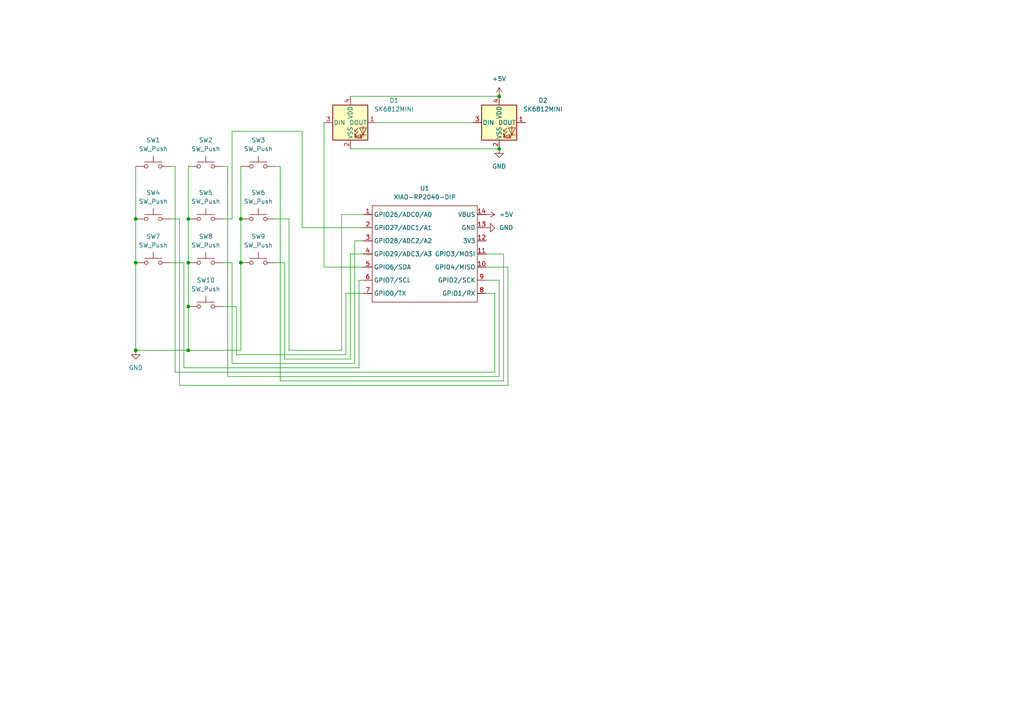
<source format=kicad_sch>
(kicad_sch
	(version 20250114)
	(generator "eeschema")
	(generator_version "9.0")
	(uuid "9ee476c2-122a-4b6a-9071-26415f3b658c")
	(paper "A4")
	(lib_symbols
		(symbol "LED:SK6812MINI"
			(pin_names
				(offset 0.254)
			)
			(exclude_from_sim no)
			(in_bom yes)
			(on_board yes)
			(property "Reference" "D"
				(at 5.08 5.715 0)
				(effects
					(font
						(size 1.27 1.27)
					)
					(justify right bottom)
				)
			)
			(property "Value" "SK6812MINI"
				(at 1.27 -5.715 0)
				(effects
					(font
						(size 1.27 1.27)
					)
					(justify left top)
				)
			)
			(property "Footprint" "LED_SMD:LED_SK6812MINI_PLCC4_3.5x3.5mm_P1.75mm"
				(at 1.27 -7.62 0)
				(effects
					(font
						(size 1.27 1.27)
					)
					(justify left top)
					(hide yes)
				)
			)
			(property "Datasheet" "https://cdn-shop.adafruit.com/product-files/2686/SK6812MINI_REV.01-1-2.pdf"
				(at 2.54 -9.525 0)
				(effects
					(font
						(size 1.27 1.27)
					)
					(justify left top)
					(hide yes)
				)
			)
			(property "Description" "RGB LED with integrated controller"
				(at 0 0 0)
				(effects
					(font
						(size 1.27 1.27)
					)
					(hide yes)
				)
			)
			(property "ki_keywords" "RGB LED NeoPixel Mini addressable"
				(at 0 0 0)
				(effects
					(font
						(size 1.27 1.27)
					)
					(hide yes)
				)
			)
			(property "ki_fp_filters" "LED*SK6812MINI*PLCC*3.5x3.5mm*P1.75mm*"
				(at 0 0 0)
				(effects
					(font
						(size 1.27 1.27)
					)
					(hide yes)
				)
			)
			(symbol "SK6812MINI_0_0"
				(text "RGB"
					(at 2.286 -4.191 0)
					(effects
						(font
							(size 0.762 0.762)
						)
					)
				)
			)
			(symbol "SK6812MINI_0_1"
				(polyline
					(pts
						(xy 1.27 -2.54) (xy 1.778 -2.54)
					)
					(stroke
						(width 0)
						(type default)
					)
					(fill
						(type none)
					)
				)
				(polyline
					(pts
						(xy 1.27 -3.556) (xy 1.778 -3.556)
					)
					(stroke
						(width 0)
						(type default)
					)
					(fill
						(type none)
					)
				)
				(polyline
					(pts
						(xy 2.286 -1.524) (xy 1.27 -2.54) (xy 1.27 -2.032)
					)
					(stroke
						(width 0)
						(type default)
					)
					(fill
						(type none)
					)
				)
				(polyline
					(pts
						(xy 2.286 -2.54) (xy 1.27 -3.556) (xy 1.27 -3.048)
					)
					(stroke
						(width 0)
						(type default)
					)
					(fill
						(type none)
					)
				)
				(polyline
					(pts
						(xy 3.683 -1.016) (xy 3.683 -3.556) (xy 3.683 -4.064)
					)
					(stroke
						(width 0)
						(type default)
					)
					(fill
						(type none)
					)
				)
				(polyline
					(pts
						(xy 4.699 -1.524) (xy 2.667 -1.524) (xy 3.683 -3.556) (xy 4.699 -1.524)
					)
					(stroke
						(width 0)
						(type default)
					)
					(fill
						(type none)
					)
				)
				(polyline
					(pts
						(xy 4.699 -3.556) (xy 2.667 -3.556)
					)
					(stroke
						(width 0)
						(type default)
					)
					(fill
						(type none)
					)
				)
				(rectangle
					(start 5.08 5.08)
					(end -5.08 -5.08)
					(stroke
						(width 0.254)
						(type default)
					)
					(fill
						(type background)
					)
				)
			)
			(symbol "SK6812MINI_1_1"
				(pin input line
					(at -7.62 0 0)
					(length 2.54)
					(name "DIN"
						(effects
							(font
								(size 1.27 1.27)
							)
						)
					)
					(number "3"
						(effects
							(font
								(size 1.27 1.27)
							)
						)
					)
				)
				(pin power_in line
					(at 0 7.62 270)
					(length 2.54)
					(name "VDD"
						(effects
							(font
								(size 1.27 1.27)
							)
						)
					)
					(number "4"
						(effects
							(font
								(size 1.27 1.27)
							)
						)
					)
				)
				(pin power_in line
					(at 0 -7.62 90)
					(length 2.54)
					(name "VSS"
						(effects
							(font
								(size 1.27 1.27)
							)
						)
					)
					(number "2"
						(effects
							(font
								(size 1.27 1.27)
							)
						)
					)
				)
				(pin output line
					(at 7.62 0 180)
					(length 2.54)
					(name "DOUT"
						(effects
							(font
								(size 1.27 1.27)
							)
						)
					)
					(number "1"
						(effects
							(font
								(size 1.27 1.27)
							)
						)
					)
				)
			)
			(embedded_fonts no)
		)
		(symbol "OPL:XIAO-RP2040-DIP"
			(exclude_from_sim no)
			(in_bom yes)
			(on_board yes)
			(property "Reference" "U"
				(at 0 0 0)
				(effects
					(font
						(size 1.27 1.27)
					)
				)
			)
			(property "Value" "XIAO-RP2040-DIP"
				(at 5.334 -1.778 0)
				(effects
					(font
						(size 1.27 1.27)
					)
				)
			)
			(property "Footprint" "Module:MOUDLE14P-XIAO-DIP-SMD"
				(at 14.478 -32.258 0)
				(effects
					(font
						(size 1.27 1.27)
					)
					(hide yes)
				)
			)
			(property "Datasheet" ""
				(at 0 0 0)
				(effects
					(font
						(size 1.27 1.27)
					)
					(hide yes)
				)
			)
			(property "Description" ""
				(at 0 0 0)
				(effects
					(font
						(size 1.27 1.27)
					)
					(hide yes)
				)
			)
			(symbol "XIAO-RP2040-DIP_1_0"
				(polyline
					(pts
						(xy -1.27 -2.54) (xy 29.21 -2.54)
					)
					(stroke
						(width 0.1524)
						(type solid)
					)
					(fill
						(type none)
					)
				)
				(polyline
					(pts
						(xy -1.27 -5.08) (xy -2.54 -5.08)
					)
					(stroke
						(width 0.1524)
						(type solid)
					)
					(fill
						(type none)
					)
				)
				(polyline
					(pts
						(xy -1.27 -5.08) (xy -1.27 -2.54)
					)
					(stroke
						(width 0.1524)
						(type solid)
					)
					(fill
						(type none)
					)
				)
				(polyline
					(pts
						(xy -1.27 -8.89) (xy -2.54 -8.89)
					)
					(stroke
						(width 0.1524)
						(type solid)
					)
					(fill
						(type none)
					)
				)
				(polyline
					(pts
						(xy -1.27 -8.89) (xy -1.27 -5.08)
					)
					(stroke
						(width 0.1524)
						(type solid)
					)
					(fill
						(type none)
					)
				)
				(polyline
					(pts
						(xy -1.27 -12.7) (xy -2.54 -12.7)
					)
					(stroke
						(width 0.1524)
						(type solid)
					)
					(fill
						(type none)
					)
				)
				(polyline
					(pts
						(xy -1.27 -12.7) (xy -1.27 -8.89)
					)
					(stroke
						(width 0.1524)
						(type solid)
					)
					(fill
						(type none)
					)
				)
				(polyline
					(pts
						(xy -1.27 -16.51) (xy -2.54 -16.51)
					)
					(stroke
						(width 0.1524)
						(type solid)
					)
					(fill
						(type none)
					)
				)
				(polyline
					(pts
						(xy -1.27 -16.51) (xy -1.27 -12.7)
					)
					(stroke
						(width 0.1524)
						(type solid)
					)
					(fill
						(type none)
					)
				)
				(polyline
					(pts
						(xy -1.27 -20.32) (xy -2.54 -20.32)
					)
					(stroke
						(width 0.1524)
						(type solid)
					)
					(fill
						(type none)
					)
				)
				(polyline
					(pts
						(xy -1.27 -24.13) (xy -2.54 -24.13)
					)
					(stroke
						(width 0.1524)
						(type solid)
					)
					(fill
						(type none)
					)
				)
				(polyline
					(pts
						(xy -1.27 -27.94) (xy -2.54 -27.94)
					)
					(stroke
						(width 0.1524)
						(type solid)
					)
					(fill
						(type none)
					)
				)
				(polyline
					(pts
						(xy -1.27 -30.48) (xy -1.27 -16.51)
					)
					(stroke
						(width 0.1524)
						(type solid)
					)
					(fill
						(type none)
					)
				)
				(polyline
					(pts
						(xy 29.21 -2.54) (xy 29.21 -5.08)
					)
					(stroke
						(width 0.1524)
						(type solid)
					)
					(fill
						(type none)
					)
				)
				(polyline
					(pts
						(xy 29.21 -5.08) (xy 29.21 -8.89)
					)
					(stroke
						(width 0.1524)
						(type solid)
					)
					(fill
						(type none)
					)
				)
				(polyline
					(pts
						(xy 29.21 -8.89) (xy 29.21 -12.7)
					)
					(stroke
						(width 0.1524)
						(type solid)
					)
					(fill
						(type none)
					)
				)
				(polyline
					(pts
						(xy 29.21 -12.7) (xy 29.21 -30.48)
					)
					(stroke
						(width 0.1524)
						(type solid)
					)
					(fill
						(type none)
					)
				)
				(polyline
					(pts
						(xy 29.21 -30.48) (xy -1.27 -30.48)
					)
					(stroke
						(width 0.1524)
						(type solid)
					)
					(fill
						(type none)
					)
				)
				(polyline
					(pts
						(xy 30.48 -5.08) (xy 29.21 -5.08)
					)
					(stroke
						(width 0.1524)
						(type solid)
					)
					(fill
						(type none)
					)
				)
				(polyline
					(pts
						(xy 30.48 -8.89) (xy 29.21 -8.89)
					)
					(stroke
						(width 0.1524)
						(type solid)
					)
					(fill
						(type none)
					)
				)
				(polyline
					(pts
						(xy 30.48 -12.7) (xy 29.21 -12.7)
					)
					(stroke
						(width 0.1524)
						(type solid)
					)
					(fill
						(type none)
					)
				)
				(polyline
					(pts
						(xy 30.48 -16.51) (xy 29.21 -16.51)
					)
					(stroke
						(width 0.1524)
						(type solid)
					)
					(fill
						(type none)
					)
				)
				(polyline
					(pts
						(xy 30.48 -20.32) (xy 29.21 -20.32)
					)
					(stroke
						(width 0.1524)
						(type solid)
					)
					(fill
						(type none)
					)
				)
				(polyline
					(pts
						(xy 30.48 -24.13) (xy 29.21 -24.13)
					)
					(stroke
						(width 0.1524)
						(type solid)
					)
					(fill
						(type none)
					)
				)
				(polyline
					(pts
						(xy 30.48 -27.94) (xy 29.21 -27.94)
					)
					(stroke
						(width 0.1524)
						(type solid)
					)
					(fill
						(type none)
					)
				)
				(pin passive line
					(at -3.81 -5.08 0)
					(length 2.54)
					(name "GPIO26/ADC0/A0"
						(effects
							(font
								(size 1.27 1.27)
							)
						)
					)
					(number "1"
						(effects
							(font
								(size 1.27 1.27)
							)
						)
					)
				)
				(pin passive line
					(at -3.81 -8.89 0)
					(length 2.54)
					(name "GPIO27/ADC1/A1"
						(effects
							(font
								(size 1.27 1.27)
							)
						)
					)
					(number "2"
						(effects
							(font
								(size 1.27 1.27)
							)
						)
					)
				)
				(pin passive line
					(at -3.81 -12.7 0)
					(length 2.54)
					(name "GPIO28/ADC2/A2"
						(effects
							(font
								(size 1.27 1.27)
							)
						)
					)
					(number "3"
						(effects
							(font
								(size 1.27 1.27)
							)
						)
					)
				)
				(pin passive line
					(at -3.81 -16.51 0)
					(length 2.54)
					(name "GPIO29/ADC3/A3"
						(effects
							(font
								(size 1.27 1.27)
							)
						)
					)
					(number "4"
						(effects
							(font
								(size 1.27 1.27)
							)
						)
					)
				)
				(pin passive line
					(at -3.81 -20.32 0)
					(length 2.54)
					(name "GPIO6/SDA"
						(effects
							(font
								(size 1.27 1.27)
							)
						)
					)
					(number "5"
						(effects
							(font
								(size 1.27 1.27)
							)
						)
					)
				)
				(pin passive line
					(at -3.81 -24.13 0)
					(length 2.54)
					(name "GPIO7/SCL"
						(effects
							(font
								(size 1.27 1.27)
							)
						)
					)
					(number "6"
						(effects
							(font
								(size 1.27 1.27)
							)
						)
					)
				)
				(pin passive line
					(at -3.81 -27.94 0)
					(length 2.54)
					(name "GPIO0/TX"
						(effects
							(font
								(size 1.27 1.27)
							)
						)
					)
					(number "7"
						(effects
							(font
								(size 1.27 1.27)
							)
						)
					)
				)
				(pin passive line
					(at 31.75 -5.08 180)
					(length 2.54)
					(name "VBUS"
						(effects
							(font
								(size 1.27 1.27)
							)
						)
					)
					(number "14"
						(effects
							(font
								(size 1.27 1.27)
							)
						)
					)
				)
				(pin passive line
					(at 31.75 -8.89 180)
					(length 2.54)
					(name "GND"
						(effects
							(font
								(size 1.27 1.27)
							)
						)
					)
					(number "13"
						(effects
							(font
								(size 1.27 1.27)
							)
						)
					)
				)
				(pin passive line
					(at 31.75 -12.7 180)
					(length 2.54)
					(name "3V3"
						(effects
							(font
								(size 1.27 1.27)
							)
						)
					)
					(number "12"
						(effects
							(font
								(size 1.27 1.27)
							)
						)
					)
				)
				(pin passive line
					(at 31.75 -16.51 180)
					(length 2.54)
					(name "GPIO3/MOSI"
						(effects
							(font
								(size 1.27 1.27)
							)
						)
					)
					(number "11"
						(effects
							(font
								(size 1.27 1.27)
							)
						)
					)
				)
				(pin passive line
					(at 31.75 -20.32 180)
					(length 2.54)
					(name "GPIO4/MISO"
						(effects
							(font
								(size 1.27 1.27)
							)
						)
					)
					(number "10"
						(effects
							(font
								(size 1.27 1.27)
							)
						)
					)
				)
				(pin passive line
					(at 31.75 -24.13 180)
					(length 2.54)
					(name "GPIO2/SCK"
						(effects
							(font
								(size 1.27 1.27)
							)
						)
					)
					(number "9"
						(effects
							(font
								(size 1.27 1.27)
							)
						)
					)
				)
				(pin passive line
					(at 31.75 -27.94 180)
					(length 2.54)
					(name "GPIO1/RX"
						(effects
							(font
								(size 1.27 1.27)
							)
						)
					)
					(number "8"
						(effects
							(font
								(size 1.27 1.27)
							)
						)
					)
				)
			)
			(embedded_fonts no)
		)
		(symbol "Switch:SW_Push"
			(pin_numbers
				(hide yes)
			)
			(pin_names
				(offset 1.016)
				(hide yes)
			)
			(exclude_from_sim no)
			(in_bom yes)
			(on_board yes)
			(property "Reference" "SW"
				(at 1.27 2.54 0)
				(effects
					(font
						(size 1.27 1.27)
					)
					(justify left)
				)
			)
			(property "Value" "SW_Push"
				(at 0 -1.524 0)
				(effects
					(font
						(size 1.27 1.27)
					)
				)
			)
			(property "Footprint" ""
				(at 0 5.08 0)
				(effects
					(font
						(size 1.27 1.27)
					)
					(hide yes)
				)
			)
			(property "Datasheet" "~"
				(at 0 5.08 0)
				(effects
					(font
						(size 1.27 1.27)
					)
					(hide yes)
				)
			)
			(property "Description" "Push button switch, generic, two pins"
				(at 0 0 0)
				(effects
					(font
						(size 1.27 1.27)
					)
					(hide yes)
				)
			)
			(property "ki_keywords" "switch normally-open pushbutton push-button"
				(at 0 0 0)
				(effects
					(font
						(size 1.27 1.27)
					)
					(hide yes)
				)
			)
			(symbol "SW_Push_0_1"
				(circle
					(center -2.032 0)
					(radius 0.508)
					(stroke
						(width 0)
						(type default)
					)
					(fill
						(type none)
					)
				)
				(polyline
					(pts
						(xy 0 1.27) (xy 0 3.048)
					)
					(stroke
						(width 0)
						(type default)
					)
					(fill
						(type none)
					)
				)
				(circle
					(center 2.032 0)
					(radius 0.508)
					(stroke
						(width 0)
						(type default)
					)
					(fill
						(type none)
					)
				)
				(polyline
					(pts
						(xy 2.54 1.27) (xy -2.54 1.27)
					)
					(stroke
						(width 0)
						(type default)
					)
					(fill
						(type none)
					)
				)
				(pin passive line
					(at -5.08 0 0)
					(length 2.54)
					(name "1"
						(effects
							(font
								(size 1.27 1.27)
							)
						)
					)
					(number "1"
						(effects
							(font
								(size 1.27 1.27)
							)
						)
					)
				)
				(pin passive line
					(at 5.08 0 180)
					(length 2.54)
					(name "2"
						(effects
							(font
								(size 1.27 1.27)
							)
						)
					)
					(number "2"
						(effects
							(font
								(size 1.27 1.27)
							)
						)
					)
				)
			)
			(embedded_fonts no)
		)
		(symbol "power:+5V"
			(power)
			(pin_numbers
				(hide yes)
			)
			(pin_names
				(offset 0)
				(hide yes)
			)
			(exclude_from_sim no)
			(in_bom yes)
			(on_board yes)
			(property "Reference" "#PWR"
				(at 0 -3.81 0)
				(effects
					(font
						(size 1.27 1.27)
					)
					(hide yes)
				)
			)
			(property "Value" "+5V"
				(at 0 3.556 0)
				(effects
					(font
						(size 1.27 1.27)
					)
				)
			)
			(property "Footprint" ""
				(at 0 0 0)
				(effects
					(font
						(size 1.27 1.27)
					)
					(hide yes)
				)
			)
			(property "Datasheet" ""
				(at 0 0 0)
				(effects
					(font
						(size 1.27 1.27)
					)
					(hide yes)
				)
			)
			(property "Description" "Power symbol creates a global label with name \"+5V\""
				(at 0 0 0)
				(effects
					(font
						(size 1.27 1.27)
					)
					(hide yes)
				)
			)
			(property "ki_keywords" "global power"
				(at 0 0 0)
				(effects
					(font
						(size 1.27 1.27)
					)
					(hide yes)
				)
			)
			(symbol "+5V_0_1"
				(polyline
					(pts
						(xy -0.762 1.27) (xy 0 2.54)
					)
					(stroke
						(width 0)
						(type default)
					)
					(fill
						(type none)
					)
				)
				(polyline
					(pts
						(xy 0 2.54) (xy 0.762 1.27)
					)
					(stroke
						(width 0)
						(type default)
					)
					(fill
						(type none)
					)
				)
				(polyline
					(pts
						(xy 0 0) (xy 0 2.54)
					)
					(stroke
						(width 0)
						(type default)
					)
					(fill
						(type none)
					)
				)
			)
			(symbol "+5V_1_1"
				(pin power_in line
					(at 0 0 90)
					(length 0)
					(name "~"
						(effects
							(font
								(size 1.27 1.27)
							)
						)
					)
					(number "1"
						(effects
							(font
								(size 1.27 1.27)
							)
						)
					)
				)
			)
			(embedded_fonts no)
		)
		(symbol "power:GND"
			(power)
			(pin_numbers
				(hide yes)
			)
			(pin_names
				(offset 0)
				(hide yes)
			)
			(exclude_from_sim no)
			(in_bom yes)
			(on_board yes)
			(property "Reference" "#PWR"
				(at 0 -6.35 0)
				(effects
					(font
						(size 1.27 1.27)
					)
					(hide yes)
				)
			)
			(property "Value" "GND"
				(at 0 -3.81 0)
				(effects
					(font
						(size 1.27 1.27)
					)
				)
			)
			(property "Footprint" ""
				(at 0 0 0)
				(effects
					(font
						(size 1.27 1.27)
					)
					(hide yes)
				)
			)
			(property "Datasheet" ""
				(at 0 0 0)
				(effects
					(font
						(size 1.27 1.27)
					)
					(hide yes)
				)
			)
			(property "Description" "Power symbol creates a global label with name \"GND\" , ground"
				(at 0 0 0)
				(effects
					(font
						(size 1.27 1.27)
					)
					(hide yes)
				)
			)
			(property "ki_keywords" "global power"
				(at 0 0 0)
				(effects
					(font
						(size 1.27 1.27)
					)
					(hide yes)
				)
			)
			(symbol "GND_0_1"
				(polyline
					(pts
						(xy 0 0) (xy 0 -1.27) (xy 1.27 -1.27) (xy 0 -2.54) (xy -1.27 -1.27) (xy 0 -1.27)
					)
					(stroke
						(width 0)
						(type default)
					)
					(fill
						(type none)
					)
				)
			)
			(symbol "GND_1_1"
				(pin power_in line
					(at 0 0 270)
					(length 0)
					(name "~"
						(effects
							(font
								(size 1.27 1.27)
							)
						)
					)
					(number "1"
						(effects
							(font
								(size 1.27 1.27)
							)
						)
					)
				)
			)
			(embedded_fonts no)
		)
	)
	(junction
		(at 39.37 63.5)
		(diameter 0)
		(color 0 0 0 0)
		(uuid "0825905e-3fc6-42b7-94a7-53b55bc793d3")
	)
	(junction
		(at 144.78 43.18)
		(diameter 0)
		(color 0 0 0 0)
		(uuid "35088e6b-b7c6-494b-984f-3dc2994359d4")
	)
	(junction
		(at 54.61 76.2)
		(diameter 0)
		(color 0 0 0 0)
		(uuid "41f4935e-1427-470a-9f5a-f89112b67787")
	)
	(junction
		(at 144.78 27.94)
		(diameter 0)
		(color 0 0 0 0)
		(uuid "546b5e07-921e-46d7-a48d-eade3f00f078")
	)
	(junction
		(at 69.85 63.5)
		(diameter 0)
		(color 0 0 0 0)
		(uuid "5b91b526-004e-43fc-8fb5-bd4b8d2d2a0a")
	)
	(junction
		(at 39.37 101.6)
		(diameter 0)
		(color 0 0 0 0)
		(uuid "5bab867c-7590-43a7-8fea-00e971695f3b")
	)
	(junction
		(at 54.61 63.5)
		(diameter 0)
		(color 0 0 0 0)
		(uuid "77c8e1b8-b8f0-4188-b018-c36ca323829c")
	)
	(junction
		(at 54.61 101.6)
		(diameter 0)
		(color 0 0 0 0)
		(uuid "b3a80212-5da3-445b-b28e-aa25f24808e7")
	)
	(junction
		(at 69.85 76.2)
		(diameter 0)
		(color 0 0 0 0)
		(uuid "bbbcdbfd-804a-4a03-b4fe-4a229fa2009c")
	)
	(junction
		(at 54.61 88.9)
		(diameter 0)
		(color 0 0 0 0)
		(uuid "c0c7ca08-a71f-4174-8596-76438a75a35e")
	)
	(junction
		(at 39.37 76.2)
		(diameter 0)
		(color 0 0 0 0)
		(uuid "e5ef5e23-7785-49a7-99b6-d4dde816e06f")
	)
	(wire
		(pts
			(xy 140.97 85.09) (xy 143.51 85.09)
		)
		(stroke
			(width 0)
			(type default)
		)
		(uuid "022f4f0d-ba08-4e16-85d9-cc2a07d7a2b7")
	)
	(wire
		(pts
			(xy 39.37 63.5) (xy 39.37 76.2)
		)
		(stroke
			(width 0)
			(type default)
		)
		(uuid "0493a1b7-7388-452c-8234-e929b186086f")
	)
	(wire
		(pts
			(xy 109.22 35.56) (xy 137.16 35.56)
		)
		(stroke
			(width 0)
			(type default)
		)
		(uuid "04af254c-d940-44fd-9cb6-1573af5e0458")
	)
	(wire
		(pts
			(xy 140.97 81.28) (xy 144.78 81.28)
		)
		(stroke
			(width 0)
			(type default)
		)
		(uuid "0634f72a-44e3-4453-95a7-b8c88ff73c2b")
	)
	(wire
		(pts
			(xy 104.14 106.68) (xy 104.14 81.28)
		)
		(stroke
			(width 0)
			(type default)
		)
		(uuid "0920cbb2-5c68-4160-8cd0-b13eca982a7d")
	)
	(wire
		(pts
			(xy 53.34 106.68) (xy 104.14 106.68)
		)
		(stroke
			(width 0)
			(type default)
		)
		(uuid "0a2ac6ee-1246-47fe-9011-8d40414813fb")
	)
	(wire
		(pts
			(xy 81.28 110.49) (xy 146.05 110.49)
		)
		(stroke
			(width 0)
			(type default)
		)
		(uuid "1b52e559-bb6a-460f-92ff-2380c1fe781b")
	)
	(wire
		(pts
			(xy 64.77 63.5) (xy 67.31 63.5)
		)
		(stroke
			(width 0)
			(type default)
		)
		(uuid "1c073bd4-27d0-47b2-83d2-a9877af50568")
	)
	(wire
		(pts
			(xy 101.6 104.14) (xy 101.6 73.66)
		)
		(stroke
			(width 0)
			(type default)
		)
		(uuid "24cb6a00-ce52-4552-a51e-5deb50ca6b06")
	)
	(wire
		(pts
			(xy 81.28 48.26) (xy 81.28 110.49)
		)
		(stroke
			(width 0)
			(type default)
		)
		(uuid "27abb3ff-9c5f-4cdc-8f57-4d892e54008d")
	)
	(wire
		(pts
			(xy 49.53 63.5) (xy 52.07 63.5)
		)
		(stroke
			(width 0)
			(type default)
		)
		(uuid "2e2249fe-04d5-48a1-b1b5-d8ee34e45570")
	)
	(wire
		(pts
			(xy 66.04 109.22) (xy 144.78 109.22)
		)
		(stroke
			(width 0)
			(type default)
		)
		(uuid "3193ab70-a163-47b7-94be-de9ad137a838")
	)
	(wire
		(pts
			(xy 39.37 48.26) (xy 39.37 63.5)
		)
		(stroke
			(width 0)
			(type default)
		)
		(uuid "31f3a331-4fe9-43cf-81e7-059932180363")
	)
	(wire
		(pts
			(xy 82.55 76.2) (xy 82.55 104.14)
		)
		(stroke
			(width 0)
			(type default)
		)
		(uuid "343f5940-2050-46a0-be33-1cf83bcb5661")
	)
	(wire
		(pts
			(xy 54.61 76.2) (xy 54.61 88.9)
		)
		(stroke
			(width 0)
			(type default)
		)
		(uuid "36bceed4-07b1-4d0d-a8f5-cd49ae510944")
	)
	(wire
		(pts
			(xy 143.51 107.95) (xy 143.51 85.09)
		)
		(stroke
			(width 0)
			(type default)
		)
		(uuid "36dff6e1-14e6-41a4-8f05-2bbd32718632")
	)
	(wire
		(pts
			(xy 68.58 88.9) (xy 68.58 102.87)
		)
		(stroke
			(width 0)
			(type default)
		)
		(uuid "398b7ecc-2ba7-42eb-8267-17033f897c8c")
	)
	(wire
		(pts
			(xy 66.04 48.26) (xy 66.04 109.22)
		)
		(stroke
			(width 0)
			(type default)
		)
		(uuid "40bbc442-84c5-4f75-8816-55850f9a4797")
	)
	(wire
		(pts
			(xy 93.98 35.56) (xy 93.98 77.47)
		)
		(stroke
			(width 0)
			(type default)
		)
		(uuid "41637016-b53c-4d4e-ac4b-86eb366b2bf4")
	)
	(wire
		(pts
			(xy 99.06 101.6) (xy 99.06 62.23)
		)
		(stroke
			(width 0)
			(type default)
		)
		(uuid "42f52d39-d9d8-4896-8811-e1356ac92a03")
	)
	(wire
		(pts
			(xy 53.34 76.2) (xy 53.34 106.68)
		)
		(stroke
			(width 0)
			(type default)
		)
		(uuid "4ae6bfac-517e-4476-9213-ac034ded98d0")
	)
	(wire
		(pts
			(xy 101.6 73.66) (xy 105.41 73.66)
		)
		(stroke
			(width 0)
			(type default)
		)
		(uuid "4e6e15cc-e124-4f4b-af66-4854e52259aa")
	)
	(wire
		(pts
			(xy 146.05 110.49) (xy 146.05 73.66)
		)
		(stroke
			(width 0)
			(type default)
		)
		(uuid "5b0c8a13-f1fc-4df6-8333-327f34f2b1bb")
	)
	(wire
		(pts
			(xy 67.31 105.41) (xy 102.87 105.41)
		)
		(stroke
			(width 0)
			(type default)
		)
		(uuid "5c265192-646d-4bad-a07c-7468cff93168")
	)
	(wire
		(pts
			(xy 54.61 63.5) (xy 54.61 76.2)
		)
		(stroke
			(width 0)
			(type default)
		)
		(uuid "5ffc4648-c9c8-454e-a586-72e1e7611510")
	)
	(wire
		(pts
			(xy 50.8 107.95) (xy 143.51 107.95)
		)
		(stroke
			(width 0)
			(type default)
		)
		(uuid "60080cbf-2c5c-4bdd-b4b2-2cd3c96d5416")
	)
	(wire
		(pts
			(xy 99.06 62.23) (xy 105.41 62.23)
		)
		(stroke
			(width 0)
			(type default)
		)
		(uuid "69dfcd85-65f3-4046-aaaf-7d71e6d4688d")
	)
	(wire
		(pts
			(xy 39.37 101.6) (xy 54.61 101.6)
		)
		(stroke
			(width 0)
			(type default)
		)
		(uuid "6cd49f1b-a513-4a63-8ff2-08daa3a55be6")
	)
	(wire
		(pts
			(xy 39.37 76.2) (xy 39.37 101.6)
		)
		(stroke
			(width 0)
			(type default)
		)
		(uuid "6e0fe155-e322-41cb-938f-5a73ab8a12f7")
	)
	(wire
		(pts
			(xy 52.07 111.76) (xy 147.32 111.76)
		)
		(stroke
			(width 0)
			(type default)
		)
		(uuid "7155347a-6064-4544-b1e1-5a12ba68a660")
	)
	(wire
		(pts
			(xy 102.87 69.85) (xy 105.41 69.85)
		)
		(stroke
			(width 0)
			(type default)
		)
		(uuid "73776fd4-6d27-4e17-8544-ad0e612ec03f")
	)
	(wire
		(pts
			(xy 102.87 105.41) (xy 102.87 69.85)
		)
		(stroke
			(width 0)
			(type default)
		)
		(uuid "769b41c6-78dd-4b09-b014-8bf5435e45a6")
	)
	(wire
		(pts
			(xy 87.63 38.1) (xy 87.63 66.04)
		)
		(stroke
			(width 0)
			(type default)
		)
		(uuid "76de91f5-e952-4144-817e-f6d0117130b8")
	)
	(wire
		(pts
			(xy 104.14 81.28) (xy 105.41 81.28)
		)
		(stroke
			(width 0)
			(type default)
		)
		(uuid "86ad2ff7-3c14-4f7b-a577-054234af7e96")
	)
	(wire
		(pts
			(xy 67.31 63.5) (xy 67.31 38.1)
		)
		(stroke
			(width 0)
			(type default)
		)
		(uuid "883b6718-3e7d-46d6-a8e1-11fabae848b6")
	)
	(wire
		(pts
			(xy 87.63 66.04) (xy 105.41 66.04)
		)
		(stroke
			(width 0)
			(type default)
		)
		(uuid "88441290-476e-4ac2-a309-d510839ea760")
	)
	(wire
		(pts
			(xy 101.6 27.94) (xy 144.78 27.94)
		)
		(stroke
			(width 0)
			(type default)
		)
		(uuid "8c3a8987-9f89-4031-a322-458ea8b975e0")
	)
	(wire
		(pts
			(xy 54.61 48.26) (xy 54.61 63.5)
		)
		(stroke
			(width 0)
			(type default)
		)
		(uuid "96480c8c-b65d-4726-81ea-7f52d3af6971")
	)
	(wire
		(pts
			(xy 50.8 48.26) (xy 50.8 107.95)
		)
		(stroke
			(width 0)
			(type default)
		)
		(uuid "9659a9e5-aafb-40ed-8eec-f209449f4f52")
	)
	(wire
		(pts
			(xy 49.53 48.26) (xy 50.8 48.26)
		)
		(stroke
			(width 0)
			(type default)
		)
		(uuid "9c1b5f2e-390f-455a-b138-6c9e4e55888e")
	)
	(wire
		(pts
			(xy 67.31 76.2) (xy 67.31 105.41)
		)
		(stroke
			(width 0)
			(type default)
		)
		(uuid "9f2c3df1-a120-4b4a-acc4-ad5fc8e96e82")
	)
	(wire
		(pts
			(xy 69.85 76.2) (xy 69.85 101.6)
		)
		(stroke
			(width 0)
			(type default)
		)
		(uuid "9f8f4c92-f62e-49a0-bf49-3e6a6accdc5a")
	)
	(wire
		(pts
			(xy 69.85 48.26) (xy 69.85 63.5)
		)
		(stroke
			(width 0)
			(type default)
		)
		(uuid "a2d7954d-6d5d-4cbc-af9e-63c8e21d6e4e")
	)
	(wire
		(pts
			(xy 49.53 76.2) (xy 53.34 76.2)
		)
		(stroke
			(width 0)
			(type default)
		)
		(uuid "a69f16d4-6141-4026-9598-8333f9d1c5e8")
	)
	(wire
		(pts
			(xy 100.33 102.87) (xy 100.33 85.09)
		)
		(stroke
			(width 0)
			(type default)
		)
		(uuid "a6d7886b-805b-450a-8b3f-118b2eead4a0")
	)
	(wire
		(pts
			(xy 80.01 76.2) (xy 82.55 76.2)
		)
		(stroke
			(width 0)
			(type default)
		)
		(uuid "a9e97655-b83f-44de-ab19-f2f699b73bb9")
	)
	(wire
		(pts
			(xy 93.98 77.47) (xy 105.41 77.47)
		)
		(stroke
			(width 0)
			(type default)
		)
		(uuid "af657a76-f63f-48b4-8b7e-886ee246b31e")
	)
	(wire
		(pts
			(xy 69.85 63.5) (xy 69.85 76.2)
		)
		(stroke
			(width 0)
			(type default)
		)
		(uuid "b459c442-d0ea-49dd-95ab-1a800e4814aa")
	)
	(wire
		(pts
			(xy 68.58 102.87) (xy 100.33 102.87)
		)
		(stroke
			(width 0)
			(type default)
		)
		(uuid "b8fed007-eb62-47eb-9deb-4e0ea16b07df")
	)
	(wire
		(pts
			(xy 100.33 85.09) (xy 105.41 85.09)
		)
		(stroke
			(width 0)
			(type default)
		)
		(uuid "bb25b423-7be7-4a8e-8145-2e22523da09b")
	)
	(wire
		(pts
			(xy 64.77 48.26) (xy 66.04 48.26)
		)
		(stroke
			(width 0)
			(type default)
		)
		(uuid "bc2cd16b-e9b2-42dd-892e-0c2c66e2f004")
	)
	(wire
		(pts
			(xy 80.01 63.5) (xy 83.82 63.5)
		)
		(stroke
			(width 0)
			(type default)
		)
		(uuid "c0b8788e-b829-4b91-a654-6f3ae57230d5")
	)
	(wire
		(pts
			(xy 52.07 63.5) (xy 52.07 111.76)
		)
		(stroke
			(width 0)
			(type default)
		)
		(uuid "c15ab50d-616f-43b7-8149-1a96977630e8")
	)
	(wire
		(pts
			(xy 101.6 43.18) (xy 144.78 43.18)
		)
		(stroke
			(width 0)
			(type default)
		)
		(uuid "c3e7dec5-cbe9-4e54-9dd8-79153981f52b")
	)
	(wire
		(pts
			(xy 82.55 104.14) (xy 101.6 104.14)
		)
		(stroke
			(width 0)
			(type default)
		)
		(uuid "c96e14ad-0a6a-4b72-a5e7-e2828e965556")
	)
	(wire
		(pts
			(xy 144.78 109.22) (xy 144.78 81.28)
		)
		(stroke
			(width 0)
			(type default)
		)
		(uuid "cc2025aa-7074-4478-9d4e-ddee02ec6364")
	)
	(wire
		(pts
			(xy 83.82 63.5) (xy 83.82 101.6)
		)
		(stroke
			(width 0)
			(type default)
		)
		(uuid "ce32d6bc-99e5-4b70-a999-c368b67e8f6b")
	)
	(wire
		(pts
			(xy 64.77 88.9) (xy 68.58 88.9)
		)
		(stroke
			(width 0)
			(type default)
		)
		(uuid "d714ccbe-a021-4f6f-8495-771bd8f7700b")
	)
	(wire
		(pts
			(xy 80.01 48.26) (xy 81.28 48.26)
		)
		(stroke
			(width 0)
			(type default)
		)
		(uuid "d9c660a5-c048-467c-bfc0-f3cfbc23478b")
	)
	(wire
		(pts
			(xy 147.32 111.76) (xy 147.32 77.47)
		)
		(stroke
			(width 0)
			(type default)
		)
		(uuid "e535f29e-3339-429d-819b-84ac2bd37d59")
	)
	(wire
		(pts
			(xy 83.82 101.6) (xy 99.06 101.6)
		)
		(stroke
			(width 0)
			(type default)
		)
		(uuid "e7aeb003-ca31-4f05-88c1-679d3f538cad")
	)
	(wire
		(pts
			(xy 147.32 77.47) (xy 140.97 77.47)
		)
		(stroke
			(width 0)
			(type default)
		)
		(uuid "e7dc3b91-87af-49c7-9f7e-60cfa7b6afb3")
	)
	(wire
		(pts
			(xy 146.05 73.66) (xy 140.97 73.66)
		)
		(stroke
			(width 0)
			(type default)
		)
		(uuid "ead57210-9293-477c-bde3-920f9f1c49ad")
	)
	(wire
		(pts
			(xy 54.61 88.9) (xy 54.61 101.6)
		)
		(stroke
			(width 0)
			(type default)
		)
		(uuid "f111fae7-3e72-43c1-991b-686c9abfefb2")
	)
	(wire
		(pts
			(xy 54.61 101.6) (xy 69.85 101.6)
		)
		(stroke
			(width 0)
			(type default)
		)
		(uuid "f317cb29-b6cc-477a-895e-f11a9e2b7756")
	)
	(wire
		(pts
			(xy 67.31 38.1) (xy 87.63 38.1)
		)
		(stroke
			(width 0)
			(type default)
		)
		(uuid "f7e35565-e290-4504-910d-44c63bd49e23")
	)
	(wire
		(pts
			(xy 64.77 76.2) (xy 67.31 76.2)
		)
		(stroke
			(width 0)
			(type default)
		)
		(uuid "fd201298-1aaa-4782-8ecd-5f54e33a98d2")
	)
	(symbol
		(lib_id "OPL:XIAO-RP2040-DIP")
		(at 109.22 57.15 0)
		(unit 1)
		(exclude_from_sim no)
		(in_bom yes)
		(on_board yes)
		(dnp no)
		(uuid "08b1e558-f5fa-44a3-9f65-c92a2d9d8b17")
		(property "Reference" "U1"
			(at 123.19 54.61 0)
			(effects
				(font
					(size 1.27 1.27)
				)
			)
		)
		(property "Value" "XIAO-RP2040-DIP"
			(at 123.19 57.15 0)
			(effects
				(font
					(size 1.27 1.27)
				)
			)
		)
		(property "Footprint" "OPL:XIAO-RP2040-DIP"
			(at 123.698 89.408 0)
			(effects
				(font
					(size 1.27 1.27)
				)
				(hide yes)
			)
		)
		(property "Datasheet" ""
			(at 109.22 57.15 0)
			(effects
				(font
					(size 1.27 1.27)
				)
				(hide yes)
			)
		)
		(property "Description" ""
			(at 109.22 57.15 0)
			(effects
				(font
					(size 1.27 1.27)
				)
				(hide yes)
			)
		)
		(pin "3"
			(uuid "0355390f-0f22-4935-a99d-39e7542b3787")
		)
		(pin "6"
			(uuid "b77242f2-7c69-4d40-972b-1c565ef78cef")
		)
		(pin "7"
			(uuid "1c1ba5c4-be0f-4b6c-a190-d67d96442908")
		)
		(pin "14"
			(uuid "ce9483f5-e5b7-43e5-b5f8-11125c13b18f")
		)
		(pin "11"
			(uuid "91de0a90-8c6d-4370-bd7a-8a5fb15462a2")
		)
		(pin "13"
			(uuid "1ea71cfc-57d1-4f9d-b76c-3ecce2849b3a")
		)
		(pin "1"
			(uuid "fdafec58-f597-432c-b328-898d1eada415")
		)
		(pin "10"
			(uuid "8dc1b322-91a8-4116-9ecf-76d6df7f7988")
		)
		(pin "8"
			(uuid "f8638220-b0dd-4d44-a1a8-4abf813714fb")
		)
		(pin "12"
			(uuid "8e7bc8b9-d088-4457-97e3-04cbb71246ca")
		)
		(pin "5"
			(uuid "bcf14e64-6610-42ac-a28e-77b0a4534617")
		)
		(pin "2"
			(uuid "9a72e377-499e-4ea6-a4b2-a71d8256f474")
		)
		(pin "4"
			(uuid "defccec2-ed7f-488f-8f88-e9aebfaeb8df")
		)
		(pin "9"
			(uuid "3ffa5d88-04f4-4c17-9275-58847224e2b2")
		)
		(instances
			(project ""
				(path "/9ee476c2-122a-4b6a-9071-26415f3b658c"
					(reference "U1")
					(unit 1)
				)
			)
		)
	)
	(symbol
		(lib_id "LED:SK6812MINI")
		(at 101.6 35.56 0)
		(unit 1)
		(exclude_from_sim no)
		(in_bom yes)
		(on_board yes)
		(dnp no)
		(fields_autoplaced yes)
		(uuid "0f2a4710-de14-4d0b-ad45-666786407a3d")
		(property "Reference" "D1"
			(at 114.3 29.1398 0)
			(effects
				(font
					(size 1.27 1.27)
				)
			)
		)
		(property "Value" "SK6812MINI"
			(at 114.3 31.6798 0)
			(effects
				(font
					(size 1.27 1.27)
				)
			)
		)
		(property "Footprint" "LED_SMD:LED_SK6812MINI_PLCC4_3.5x3.5mm_P1.75mm"
			(at 102.87 43.18 0)
			(effects
				(font
					(size 1.27 1.27)
				)
				(justify left top)
				(hide yes)
			)
		)
		(property "Datasheet" "https://cdn-shop.adafruit.com/product-files/2686/SK6812MINI_REV.01-1-2.pdf"
			(at 104.14 45.085 0)
			(effects
				(font
					(size 1.27 1.27)
				)
				(justify left top)
				(hide yes)
			)
		)
		(property "Description" "RGB LED with integrated controller"
			(at 101.6 35.56 0)
			(effects
				(font
					(size 1.27 1.27)
				)
				(hide yes)
			)
		)
		(pin "2"
			(uuid "e2c197f7-2c13-49c8-a7b5-f040d37af010")
		)
		(pin "3"
			(uuid "3801e489-4a66-43ef-b5a4-15a34060162d")
		)
		(pin "4"
			(uuid "0d3cc0cd-c567-46ea-a817-5a2740d9a0bd")
		)
		(pin "1"
			(uuid "3386e808-2071-4f3d-bc3c-0d0aecb60e16")
		)
		(instances
			(project "macropad"
				(path "/9ee476c2-122a-4b6a-9071-26415f3b658c"
					(reference "D1")
					(unit 1)
				)
			)
		)
	)
	(symbol
		(lib_id "Switch:SW_Push")
		(at 74.93 48.26 0)
		(unit 1)
		(exclude_from_sim no)
		(in_bom yes)
		(on_board yes)
		(dnp no)
		(fields_autoplaced yes)
		(uuid "16acea19-d884-402e-a731-81895c178e40")
		(property "Reference" "SW3"
			(at 74.93 40.64 0)
			(effects
				(font
					(size 1.27 1.27)
				)
			)
		)
		(property "Value" "SW_Push"
			(at 74.93 43.18 0)
			(effects
				(font
					(size 1.27 1.27)
				)
			)
		)
		(property "Footprint" "Button_Switch_Keyboard:SW_Cherry_MX_1.00u_PCB"
			(at 74.93 43.18 0)
			(effects
				(font
					(size 1.27 1.27)
				)
				(hide yes)
			)
		)
		(property "Datasheet" "~"
			(at 74.93 43.18 0)
			(effects
				(font
					(size 1.27 1.27)
				)
				(hide yes)
			)
		)
		(property "Description" "Push button switch, generic, two pins"
			(at 74.93 48.26 0)
			(effects
				(font
					(size 1.27 1.27)
				)
				(hide yes)
			)
		)
		(pin "1"
			(uuid "10ec832b-8994-4a95-b2cb-40512b0c47ae")
		)
		(pin "2"
			(uuid "c92cf07f-3a9c-4ef8-8e8b-ce4c0af3c33c")
		)
		(instances
			(project "macropad"
				(path "/9ee476c2-122a-4b6a-9071-26415f3b658c"
					(reference "SW3")
					(unit 1)
				)
			)
		)
	)
	(symbol
		(lib_id "Switch:SW_Push")
		(at 74.93 76.2 0)
		(unit 1)
		(exclude_from_sim no)
		(in_bom yes)
		(on_board yes)
		(dnp no)
		(fields_autoplaced yes)
		(uuid "24a366e6-1050-40c8-94cd-43250a91df45")
		(property "Reference" "SW9"
			(at 74.93 68.58 0)
			(effects
				(font
					(size 1.27 1.27)
				)
			)
		)
		(property "Value" "SW_Push"
			(at 74.93 71.12 0)
			(effects
				(font
					(size 1.27 1.27)
				)
			)
		)
		(property "Footprint" "Button_Switch_Keyboard:SW_Cherry_MX_1.00u_PCB"
			(at 74.93 71.12 0)
			(effects
				(font
					(size 1.27 1.27)
				)
				(hide yes)
			)
		)
		(property "Datasheet" "~"
			(at 74.93 71.12 0)
			(effects
				(font
					(size 1.27 1.27)
				)
				(hide yes)
			)
		)
		(property "Description" "Push button switch, generic, two pins"
			(at 74.93 76.2 0)
			(effects
				(font
					(size 1.27 1.27)
				)
				(hide yes)
			)
		)
		(pin "1"
			(uuid "3dd50d42-d13f-43df-aea4-90a61d71cacd")
		)
		(pin "2"
			(uuid "0cd8a56c-f06b-4fec-9e46-abfbadc8c0b7")
		)
		(instances
			(project "macropad"
				(path "/9ee476c2-122a-4b6a-9071-26415f3b658c"
					(reference "SW9")
					(unit 1)
				)
			)
		)
	)
	(symbol
		(lib_id "power:GND")
		(at 144.78 43.18 0)
		(unit 1)
		(exclude_from_sim no)
		(in_bom yes)
		(on_board yes)
		(dnp no)
		(fields_autoplaced yes)
		(uuid "2cb4e513-b159-4f6c-a3e8-5f0838f8013e")
		(property "Reference" "#PWR02"
			(at 144.78 49.53 0)
			(effects
				(font
					(size 1.27 1.27)
				)
				(hide yes)
			)
		)
		(property "Value" "GND"
			(at 144.78 48.26 0)
			(effects
				(font
					(size 1.27 1.27)
				)
			)
		)
		(property "Footprint" ""
			(at 144.78 43.18 0)
			(effects
				(font
					(size 1.27 1.27)
				)
				(hide yes)
			)
		)
		(property "Datasheet" ""
			(at 144.78 43.18 0)
			(effects
				(font
					(size 1.27 1.27)
				)
				(hide yes)
			)
		)
		(property "Description" "Power symbol creates a global label with name \"GND\" , ground"
			(at 144.78 43.18 0)
			(effects
				(font
					(size 1.27 1.27)
				)
				(hide yes)
			)
		)
		(pin "1"
			(uuid "104d45ec-ea7e-483b-b6d8-de9bc8f9e4a4")
		)
		(instances
			(project "macropad"
				(path "/9ee476c2-122a-4b6a-9071-26415f3b658c"
					(reference "#PWR02")
					(unit 1)
				)
			)
		)
	)
	(symbol
		(lib_id "Switch:SW_Push")
		(at 59.69 48.26 0)
		(unit 1)
		(exclude_from_sim no)
		(in_bom yes)
		(on_board yes)
		(dnp no)
		(fields_autoplaced yes)
		(uuid "2dcc8877-33b8-49f7-a818-b16b14bbcfec")
		(property "Reference" "SW2"
			(at 59.69 40.64 0)
			(effects
				(font
					(size 1.27 1.27)
				)
			)
		)
		(property "Value" "SW_Push"
			(at 59.69 43.18 0)
			(effects
				(font
					(size 1.27 1.27)
				)
			)
		)
		(property "Footprint" "Button_Switch_Keyboard:SW_Cherry_MX_1.00u_PCB"
			(at 59.69 43.18 0)
			(effects
				(font
					(size 1.27 1.27)
				)
				(hide yes)
			)
		)
		(property "Datasheet" "~"
			(at 59.69 43.18 0)
			(effects
				(font
					(size 1.27 1.27)
				)
				(hide yes)
			)
		)
		(property "Description" "Push button switch, generic, two pins"
			(at 59.69 48.26 0)
			(effects
				(font
					(size 1.27 1.27)
				)
				(hide yes)
			)
		)
		(pin "1"
			(uuid "b34cecf9-5cd3-430a-b123-b2b102a32107")
		)
		(pin "2"
			(uuid "c3c8b4ab-f104-4cd6-96cb-ca5d1210a1d7")
		)
		(instances
			(project "macropad"
				(path "/9ee476c2-122a-4b6a-9071-26415f3b658c"
					(reference "SW2")
					(unit 1)
				)
			)
		)
	)
	(symbol
		(lib_id "power:GND")
		(at 140.97 66.04 90)
		(unit 1)
		(exclude_from_sim no)
		(in_bom yes)
		(on_board yes)
		(dnp no)
		(fields_autoplaced yes)
		(uuid "2dd98939-3bce-4aea-bde6-dd7e807020c7")
		(property "Reference" "#PWR05"
			(at 147.32 66.04 0)
			(effects
				(font
					(size 1.27 1.27)
				)
				(hide yes)
			)
		)
		(property "Value" "GND"
			(at 144.78 66.0399 90)
			(effects
				(font
					(size 1.27 1.27)
				)
				(justify right)
			)
		)
		(property "Footprint" ""
			(at 140.97 66.04 0)
			(effects
				(font
					(size 1.27 1.27)
				)
				(hide yes)
			)
		)
		(property "Datasheet" ""
			(at 140.97 66.04 0)
			(effects
				(font
					(size 1.27 1.27)
				)
				(hide yes)
			)
		)
		(property "Description" "Power symbol creates a global label with name \"GND\" , ground"
			(at 140.97 66.04 0)
			(effects
				(font
					(size 1.27 1.27)
				)
				(hide yes)
			)
		)
		(pin "1"
			(uuid "e13f9d48-5008-4b54-ac6b-cce69b7f6d8a")
		)
		(instances
			(project ""
				(path "/9ee476c2-122a-4b6a-9071-26415f3b658c"
					(reference "#PWR05")
					(unit 1)
				)
			)
		)
	)
	(symbol
		(lib_id "power:GND")
		(at 39.37 101.6 0)
		(unit 1)
		(exclude_from_sim no)
		(in_bom yes)
		(on_board yes)
		(dnp no)
		(fields_autoplaced yes)
		(uuid "36952dd7-109d-4656-923b-b604b0ca7bc0")
		(property "Reference" "#PWR01"
			(at 39.37 107.95 0)
			(effects
				(font
					(size 1.27 1.27)
				)
				(hide yes)
			)
		)
		(property "Value" "GND"
			(at 39.37 106.68 0)
			(effects
				(font
					(size 1.27 1.27)
				)
			)
		)
		(property "Footprint" ""
			(at 39.37 101.6 0)
			(effects
				(font
					(size 1.27 1.27)
				)
				(hide yes)
			)
		)
		(property "Datasheet" ""
			(at 39.37 101.6 0)
			(effects
				(font
					(size 1.27 1.27)
				)
				(hide yes)
			)
		)
		(property "Description" "Power symbol creates a global label with name \"GND\" , ground"
			(at 39.37 101.6 0)
			(effects
				(font
					(size 1.27 1.27)
				)
				(hide yes)
			)
		)
		(pin "1"
			(uuid "362199d8-3eee-4737-8788-da9036955f19")
		)
		(instances
			(project ""
				(path "/9ee476c2-122a-4b6a-9071-26415f3b658c"
					(reference "#PWR01")
					(unit 1)
				)
			)
		)
	)
	(symbol
		(lib_id "power:+5V")
		(at 140.97 62.23 270)
		(unit 1)
		(exclude_from_sim no)
		(in_bom yes)
		(on_board yes)
		(dnp no)
		(fields_autoplaced yes)
		(uuid "480e36e9-b57d-4f30-8241-cd2f2ae3170b")
		(property "Reference" "#PWR04"
			(at 137.16 62.23 0)
			(effects
				(font
					(size 1.27 1.27)
				)
				(hide yes)
			)
		)
		(property "Value" "+5V"
			(at 144.78 62.2299 90)
			(effects
				(font
					(size 1.27 1.27)
				)
				(justify left)
			)
		)
		(property "Footprint" ""
			(at 140.97 62.23 0)
			(effects
				(font
					(size 1.27 1.27)
				)
				(hide yes)
			)
		)
		(property "Datasheet" ""
			(at 140.97 62.23 0)
			(effects
				(font
					(size 1.27 1.27)
				)
				(hide yes)
			)
		)
		(property "Description" "Power symbol creates a global label with name \"+5V\""
			(at 140.97 62.23 0)
			(effects
				(font
					(size 1.27 1.27)
				)
				(hide yes)
			)
		)
		(pin "1"
			(uuid "556666c0-c861-4055-bb7b-4bf2e83475e5")
		)
		(instances
			(project ""
				(path "/9ee476c2-122a-4b6a-9071-26415f3b658c"
					(reference "#PWR04")
					(unit 1)
				)
			)
		)
	)
	(symbol
		(lib_id "Switch:SW_Push")
		(at 59.69 88.9 0)
		(unit 1)
		(exclude_from_sim no)
		(in_bom yes)
		(on_board yes)
		(dnp no)
		(fields_autoplaced yes)
		(uuid "9b528ac9-6d86-4e51-a8b5-c807846c713d")
		(property "Reference" "SW10"
			(at 59.69 81.28 0)
			(effects
				(font
					(size 1.27 1.27)
				)
			)
		)
		(property "Value" "SW_Push"
			(at 59.69 83.82 0)
			(effects
				(font
					(size 1.27 1.27)
				)
			)
		)
		(property "Footprint" "Button_Switch_Keyboard:SW_Cherry_MX_1.00u_PCB"
			(at 59.69 83.82 0)
			(effects
				(font
					(size 1.27 1.27)
				)
				(hide yes)
			)
		)
		(property "Datasheet" "~"
			(at 59.69 83.82 0)
			(effects
				(font
					(size 1.27 1.27)
				)
				(hide yes)
			)
		)
		(property "Description" "Push button switch, generic, two pins"
			(at 59.69 88.9 0)
			(effects
				(font
					(size 1.27 1.27)
				)
				(hide yes)
			)
		)
		(pin "1"
			(uuid "496d8d1a-59af-459a-8508-7a3c75ceba14")
		)
		(pin "2"
			(uuid "630e8b29-8551-48f2-96ec-fb218ec9a3f7")
		)
		(instances
			(project "macropad"
				(path "/9ee476c2-122a-4b6a-9071-26415f3b658c"
					(reference "SW10")
					(unit 1)
				)
			)
		)
	)
	(symbol
		(lib_id "power:+5V")
		(at 144.78 27.94 0)
		(unit 1)
		(exclude_from_sim no)
		(in_bom yes)
		(on_board yes)
		(dnp no)
		(fields_autoplaced yes)
		(uuid "aad51ff0-bc94-45f0-9896-473accb4da61")
		(property "Reference" "#PWR03"
			(at 144.78 31.75 0)
			(effects
				(font
					(size 1.27 1.27)
				)
				(hide yes)
			)
		)
		(property "Value" "+5V"
			(at 144.78 22.86 0)
			(effects
				(font
					(size 1.27 1.27)
				)
			)
		)
		(property "Footprint" ""
			(at 144.78 27.94 0)
			(effects
				(font
					(size 1.27 1.27)
				)
				(hide yes)
			)
		)
		(property "Datasheet" ""
			(at 144.78 27.94 0)
			(effects
				(font
					(size 1.27 1.27)
				)
				(hide yes)
			)
		)
		(property "Description" "Power symbol creates a global label with name \"+5V\""
			(at 144.78 27.94 0)
			(effects
				(font
					(size 1.27 1.27)
				)
				(hide yes)
			)
		)
		(pin "1"
			(uuid "f5bd6645-8e98-4075-b0c1-eda78f623772")
		)
		(instances
			(project ""
				(path "/9ee476c2-122a-4b6a-9071-26415f3b658c"
					(reference "#PWR03")
					(unit 1)
				)
			)
		)
	)
	(symbol
		(lib_id "Switch:SW_Push")
		(at 74.93 63.5 0)
		(unit 1)
		(exclude_from_sim no)
		(in_bom yes)
		(on_board yes)
		(dnp no)
		(fields_autoplaced yes)
		(uuid "aada2f75-dcf0-4b0e-a78d-27c6d70730d4")
		(property "Reference" "SW6"
			(at 74.93 55.88 0)
			(effects
				(font
					(size 1.27 1.27)
				)
			)
		)
		(property "Value" "SW_Push"
			(at 74.93 58.42 0)
			(effects
				(font
					(size 1.27 1.27)
				)
			)
		)
		(property "Footprint" "Button_Switch_Keyboard:SW_Cherry_MX_1.00u_PCB"
			(at 74.93 58.42 0)
			(effects
				(font
					(size 1.27 1.27)
				)
				(hide yes)
			)
		)
		(property "Datasheet" "~"
			(at 74.93 58.42 0)
			(effects
				(font
					(size 1.27 1.27)
				)
				(hide yes)
			)
		)
		(property "Description" "Push button switch, generic, two pins"
			(at 74.93 63.5 0)
			(effects
				(font
					(size 1.27 1.27)
				)
				(hide yes)
			)
		)
		(pin "1"
			(uuid "cefeb106-51f4-48d4-aeb3-a22e5ac058f9")
		)
		(pin "2"
			(uuid "7fceddfb-edfe-40a6-bb44-b6aa330e80d3")
		)
		(instances
			(project "macropad"
				(path "/9ee476c2-122a-4b6a-9071-26415f3b658c"
					(reference "SW6")
					(unit 1)
				)
			)
		)
	)
	(symbol
		(lib_id "Switch:SW_Push")
		(at 44.45 76.2 0)
		(unit 1)
		(exclude_from_sim no)
		(in_bom yes)
		(on_board yes)
		(dnp no)
		(fields_autoplaced yes)
		(uuid "ccaf59f5-abde-4037-8334-6d633670394b")
		(property "Reference" "SW7"
			(at 44.45 68.58 0)
			(effects
				(font
					(size 1.27 1.27)
				)
			)
		)
		(property "Value" "SW_Push"
			(at 44.45 71.12 0)
			(effects
				(font
					(size 1.27 1.27)
				)
			)
		)
		(property "Footprint" "Button_Switch_Keyboard:SW_Cherry_MX_1.00u_PCB"
			(at 44.45 71.12 0)
			(effects
				(font
					(size 1.27 1.27)
				)
				(hide yes)
			)
		)
		(property "Datasheet" "~"
			(at 44.45 71.12 0)
			(effects
				(font
					(size 1.27 1.27)
				)
				(hide yes)
			)
		)
		(property "Description" "Push button switch, generic, two pins"
			(at 44.45 76.2 0)
			(effects
				(font
					(size 1.27 1.27)
				)
				(hide yes)
			)
		)
		(pin "1"
			(uuid "b450be26-6d9d-4177-b8b4-c51569d43bb2")
		)
		(pin "2"
			(uuid "15d3b5e3-7da9-4c5f-9b38-a2690d644a13")
		)
		(instances
			(project "macropad"
				(path "/9ee476c2-122a-4b6a-9071-26415f3b658c"
					(reference "SW7")
					(unit 1)
				)
			)
		)
	)
	(symbol
		(lib_id "Switch:SW_Push")
		(at 59.69 63.5 0)
		(unit 1)
		(exclude_from_sim no)
		(in_bom yes)
		(on_board yes)
		(dnp no)
		(fields_autoplaced yes)
		(uuid "dea12a55-a282-4e4f-a9cc-b0e04b056b80")
		(property "Reference" "SW5"
			(at 59.69 55.88 0)
			(effects
				(font
					(size 1.27 1.27)
				)
			)
		)
		(property "Value" "SW_Push"
			(at 59.69 58.42 0)
			(effects
				(font
					(size 1.27 1.27)
				)
			)
		)
		(property "Footprint" "Button_Switch_Keyboard:SW_Cherry_MX_1.00u_PCB"
			(at 59.69 58.42 0)
			(effects
				(font
					(size 1.27 1.27)
				)
				(hide yes)
			)
		)
		(property "Datasheet" "~"
			(at 59.69 58.42 0)
			(effects
				(font
					(size 1.27 1.27)
				)
				(hide yes)
			)
		)
		(property "Description" "Push button switch, generic, two pins"
			(at 59.69 63.5 0)
			(effects
				(font
					(size 1.27 1.27)
				)
				(hide yes)
			)
		)
		(pin "1"
			(uuid "f4a20a3d-898c-4e48-a684-a196c1350fa3")
		)
		(pin "2"
			(uuid "e3488a27-0ffd-4751-bab4-e84c67e54102")
		)
		(instances
			(project "macropad"
				(path "/9ee476c2-122a-4b6a-9071-26415f3b658c"
					(reference "SW5")
					(unit 1)
				)
			)
		)
	)
	(symbol
		(lib_id "Switch:SW_Push")
		(at 59.69 76.2 0)
		(unit 1)
		(exclude_from_sim no)
		(in_bom yes)
		(on_board yes)
		(dnp no)
		(fields_autoplaced yes)
		(uuid "e02b1a49-1af1-467c-aa16-94fec5b0ea5d")
		(property "Reference" "SW8"
			(at 59.69 68.58 0)
			(effects
				(font
					(size 1.27 1.27)
				)
			)
		)
		(property "Value" "SW_Push"
			(at 59.69 71.12 0)
			(effects
				(font
					(size 1.27 1.27)
				)
			)
		)
		(property "Footprint" "Button_Switch_Keyboard:SW_Cherry_MX_1.00u_PCB"
			(at 59.69 71.12 0)
			(effects
				(font
					(size 1.27 1.27)
				)
				(hide yes)
			)
		)
		(property "Datasheet" "~"
			(at 59.69 71.12 0)
			(effects
				(font
					(size 1.27 1.27)
				)
				(hide yes)
			)
		)
		(property "Description" "Push button switch, generic, two pins"
			(at 59.69 76.2 0)
			(effects
				(font
					(size 1.27 1.27)
				)
				(hide yes)
			)
		)
		(pin "1"
			(uuid "59180126-7e0f-4896-ae63-4779a8353ede")
		)
		(pin "2"
			(uuid "be8320a1-5065-4f31-a535-aff14abbbc46")
		)
		(instances
			(project "macropad"
				(path "/9ee476c2-122a-4b6a-9071-26415f3b658c"
					(reference "SW8")
					(unit 1)
				)
			)
		)
	)
	(symbol
		(lib_id "Switch:SW_Push")
		(at 44.45 48.26 0)
		(unit 1)
		(exclude_from_sim no)
		(in_bom yes)
		(on_board yes)
		(dnp no)
		(fields_autoplaced yes)
		(uuid "e14b9bfb-1d4b-419a-87f6-1cc5ea2facfb")
		(property "Reference" "SW1"
			(at 44.45 40.64 0)
			(effects
				(font
					(size 1.27 1.27)
				)
			)
		)
		(property "Value" "SW_Push"
			(at 44.45 43.18 0)
			(effects
				(font
					(size 1.27 1.27)
				)
			)
		)
		(property "Footprint" "Button_Switch_Keyboard:SW_Cherry_MX_1.00u_PCB"
			(at 44.45 43.18 0)
			(effects
				(font
					(size 1.27 1.27)
				)
				(hide yes)
			)
		)
		(property "Datasheet" "~"
			(at 44.45 43.18 0)
			(effects
				(font
					(size 1.27 1.27)
				)
				(hide yes)
			)
		)
		(property "Description" "Push button switch, generic, two pins"
			(at 44.45 48.26 0)
			(effects
				(font
					(size 1.27 1.27)
				)
				(hide yes)
			)
		)
		(pin "1"
			(uuid "88cd2b1c-7538-4687-ad89-d1393f84b139")
		)
		(pin "2"
			(uuid "50d0f3ce-9536-4875-9be5-34bc9abe90b7")
		)
		(instances
			(project ""
				(path "/9ee476c2-122a-4b6a-9071-26415f3b658c"
					(reference "SW1")
					(unit 1)
				)
			)
		)
	)
	(symbol
		(lib_id "LED:SK6812MINI")
		(at 144.78 35.56 0)
		(unit 1)
		(exclude_from_sim no)
		(in_bom yes)
		(on_board yes)
		(dnp no)
		(fields_autoplaced yes)
		(uuid "ed91c384-1983-4821-8a06-4c322a0684e0")
		(property "Reference" "D2"
			(at 157.48 29.1398 0)
			(effects
				(font
					(size 1.27 1.27)
				)
			)
		)
		(property "Value" "SK6812MINI"
			(at 157.48 31.6798 0)
			(effects
				(font
					(size 1.27 1.27)
				)
			)
		)
		(property "Footprint" "LED_SMD:LED_SK6812MINI_PLCC4_3.5x3.5mm_P1.75mm"
			(at 146.05 43.18 0)
			(effects
				(font
					(size 1.27 1.27)
				)
				(justify left top)
				(hide yes)
			)
		)
		(property "Datasheet" "https://cdn-shop.adafruit.com/product-files/2686/SK6812MINI_REV.01-1-2.pdf"
			(at 147.32 45.085 0)
			(effects
				(font
					(size 1.27 1.27)
				)
				(justify left top)
				(hide yes)
			)
		)
		(property "Description" "RGB LED with integrated controller"
			(at 144.78 35.56 0)
			(effects
				(font
					(size 1.27 1.27)
				)
				(hide yes)
			)
		)
		(pin "2"
			(uuid "da07459e-b7e2-44f8-900f-78cfcc45cadf")
		)
		(pin "3"
			(uuid "ba59a871-6655-461a-9112-e5d98748329b")
		)
		(pin "4"
			(uuid "68f626bb-74a7-48f9-b1a6-eab0db50e025")
		)
		(pin "1"
			(uuid "31eaf046-5fea-49f0-9a0a-bebe37bce750")
		)
		(instances
			(project "macropad"
				(path "/9ee476c2-122a-4b6a-9071-26415f3b658c"
					(reference "D2")
					(unit 1)
				)
			)
		)
	)
	(symbol
		(lib_id "Switch:SW_Push")
		(at 44.45 63.5 0)
		(unit 1)
		(exclude_from_sim no)
		(in_bom yes)
		(on_board yes)
		(dnp no)
		(fields_autoplaced yes)
		(uuid "faa99dcc-c857-4a9d-9741-2b2b37bde11d")
		(property "Reference" "SW4"
			(at 44.45 55.88 0)
			(effects
				(font
					(size 1.27 1.27)
				)
			)
		)
		(property "Value" "SW_Push"
			(at 44.45 58.42 0)
			(effects
				(font
					(size 1.27 1.27)
				)
			)
		)
		(property "Footprint" "Button_Switch_Keyboard:SW_Cherry_MX_1.00u_PCB"
			(at 44.45 58.42 0)
			(effects
				(font
					(size 1.27 1.27)
				)
				(hide yes)
			)
		)
		(property "Datasheet" "~"
			(at 44.45 58.42 0)
			(effects
				(font
					(size 1.27 1.27)
				)
				(hide yes)
			)
		)
		(property "Description" "Push button switch, generic, two pins"
			(at 44.45 63.5 0)
			(effects
				(font
					(size 1.27 1.27)
				)
				(hide yes)
			)
		)
		(pin "1"
			(uuid "4958e07c-0409-4b62-96f9-ae72e286cda1")
		)
		(pin "2"
			(uuid "ca9214dc-269d-4f9a-b6de-2b56954b5f3a")
		)
		(instances
			(project "macropad"
				(path "/9ee476c2-122a-4b6a-9071-26415f3b658c"
					(reference "SW4")
					(unit 1)
				)
			)
		)
	)
	(sheet_instances
		(path "/"
			(page "1")
		)
	)
	(embedded_fonts no)
)

</source>
